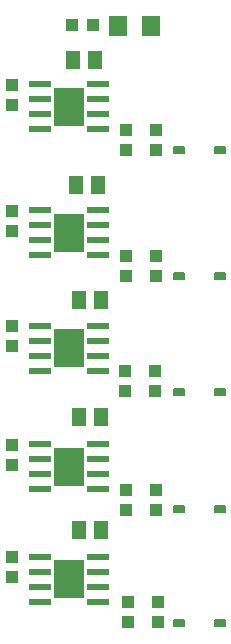
<source format=gbr>
G04 EAGLE Gerber RS-274X export*
G75*
%MOMM*%
%FSLAX34Y34*%
%LPD*%
%INSolderpaste Top*%
%IPPOS*%
%AMOC8*
5,1,8,0,0,1.08239X$1,22.5*%
G01*
%ADD10R,1.000000X1.100000*%
%ADD11R,1.300000X1.500000*%
%ADD12R,1.968500X0.599100*%
%ADD13R,2.510000X3.200000*%
%ADD14R,1.100000X1.000000*%
%ADD15R,1.600000X1.803000*%
%ADD16C,0.130000*%


D10*
X246380Y461890D03*
X246380Y444890D03*
D11*
X206400Y123190D03*
X225400Y123190D03*
D10*
X246380Y355210D03*
X246380Y338210D03*
X245110Y257420D03*
X245110Y240420D03*
X246380Y157090D03*
X246380Y140090D03*
X247650Y61840D03*
X247650Y44840D03*
D11*
X201320Y520700D03*
X220320Y520700D03*
X203860Y415290D03*
X222860Y415290D03*
X206400Y317500D03*
X225400Y317500D03*
X206400Y218440D03*
X225400Y218440D03*
D12*
X222854Y462280D03*
X222854Y474980D03*
X222854Y487680D03*
X222854Y500380D03*
X173386Y500380D03*
X173386Y487680D03*
X173386Y474980D03*
X173386Y462280D03*
D13*
X198120Y481330D03*
D12*
X222854Y355600D03*
X222854Y368300D03*
X222854Y381000D03*
X222854Y393700D03*
X173386Y393700D03*
X173386Y381000D03*
X173386Y368300D03*
X173386Y355600D03*
D13*
X198120Y374650D03*
D12*
X222854Y257810D03*
X222854Y270510D03*
X222854Y283210D03*
X222854Y295910D03*
X173386Y295910D03*
X173386Y283210D03*
X173386Y270510D03*
X173386Y257810D03*
D13*
X198120Y276860D03*
D12*
X222854Y157480D03*
X222854Y170180D03*
X222854Y182880D03*
X222854Y195580D03*
X173386Y195580D03*
X173386Y182880D03*
X173386Y170180D03*
X173386Y157480D03*
D13*
X198120Y176530D03*
D12*
X222854Y62230D03*
X222854Y74930D03*
X222854Y87630D03*
X222854Y100330D03*
X173386Y100330D03*
X173386Y87630D03*
X173386Y74930D03*
X173386Y62230D03*
D13*
X198120Y81280D03*
D14*
X271780Y461890D03*
X271780Y444890D03*
X149860Y82940D03*
X149860Y99940D03*
X271780Y355210D03*
X271780Y338210D03*
X270510Y257420D03*
X270510Y240420D03*
X271780Y157090D03*
X271780Y140090D03*
X273050Y61840D03*
X273050Y44840D03*
X149860Y482990D03*
X149860Y499990D03*
X149860Y376310D03*
X149860Y393310D03*
X149860Y278520D03*
X149860Y295520D03*
X149860Y178190D03*
X149860Y195190D03*
D15*
X267930Y549910D03*
X239490Y549910D03*
D10*
X201050Y550200D03*
X218050Y550200D03*
D16*
X287010Y441900D02*
X295410Y441900D01*
X287010Y441900D02*
X287010Y447100D01*
X295410Y447100D01*
X295410Y441900D01*
X295410Y443135D02*
X287010Y443135D01*
X287010Y444370D02*
X295410Y444370D01*
X295410Y445605D02*
X287010Y445605D01*
X287010Y446840D02*
X295410Y446840D01*
X321810Y441900D02*
X330210Y441900D01*
X321810Y441900D02*
X321810Y447100D01*
X330210Y447100D01*
X330210Y441900D01*
X330210Y443135D02*
X321810Y443135D01*
X321810Y444370D02*
X330210Y444370D01*
X330210Y445605D02*
X321810Y445605D01*
X321810Y446840D02*
X330210Y446840D01*
X295410Y335220D02*
X287010Y335220D01*
X287010Y340420D01*
X295410Y340420D01*
X295410Y335220D01*
X295410Y336455D02*
X287010Y336455D01*
X287010Y337690D02*
X295410Y337690D01*
X295410Y338925D02*
X287010Y338925D01*
X287010Y340160D02*
X295410Y340160D01*
X321810Y335220D02*
X330210Y335220D01*
X321810Y335220D02*
X321810Y340420D01*
X330210Y340420D01*
X330210Y335220D01*
X330210Y336455D02*
X321810Y336455D01*
X321810Y337690D02*
X330210Y337690D01*
X330210Y338925D02*
X321810Y338925D01*
X321810Y340160D02*
X330210Y340160D01*
X295410Y237430D02*
X287010Y237430D01*
X287010Y242630D01*
X295410Y242630D01*
X295410Y237430D01*
X295410Y238665D02*
X287010Y238665D01*
X287010Y239900D02*
X295410Y239900D01*
X295410Y241135D02*
X287010Y241135D01*
X287010Y242370D02*
X295410Y242370D01*
X321810Y237430D02*
X330210Y237430D01*
X321810Y237430D02*
X321810Y242630D01*
X330210Y242630D01*
X330210Y237430D01*
X330210Y238665D02*
X321810Y238665D01*
X321810Y239900D02*
X330210Y239900D01*
X330210Y241135D02*
X321810Y241135D01*
X321810Y242370D02*
X330210Y242370D01*
X295410Y138370D02*
X287010Y138370D01*
X287010Y143570D01*
X295410Y143570D01*
X295410Y138370D01*
X295410Y139605D02*
X287010Y139605D01*
X287010Y140840D02*
X295410Y140840D01*
X295410Y142075D02*
X287010Y142075D01*
X287010Y143310D02*
X295410Y143310D01*
X321810Y138370D02*
X330210Y138370D01*
X321810Y138370D02*
X321810Y143570D01*
X330210Y143570D01*
X330210Y138370D01*
X330210Y139605D02*
X321810Y139605D01*
X321810Y140840D02*
X330210Y140840D01*
X330210Y142075D02*
X321810Y142075D01*
X321810Y143310D02*
X330210Y143310D01*
X295410Y41850D02*
X287010Y41850D01*
X287010Y47050D01*
X295410Y47050D01*
X295410Y41850D01*
X295410Y43085D02*
X287010Y43085D01*
X287010Y44320D02*
X295410Y44320D01*
X295410Y45555D02*
X287010Y45555D01*
X287010Y46790D02*
X295410Y46790D01*
X321810Y41850D02*
X330210Y41850D01*
X321810Y41850D02*
X321810Y47050D01*
X330210Y47050D01*
X330210Y41850D01*
X330210Y43085D02*
X321810Y43085D01*
X321810Y44320D02*
X330210Y44320D01*
X330210Y45555D02*
X321810Y45555D01*
X321810Y46790D02*
X330210Y46790D01*
M02*

</source>
